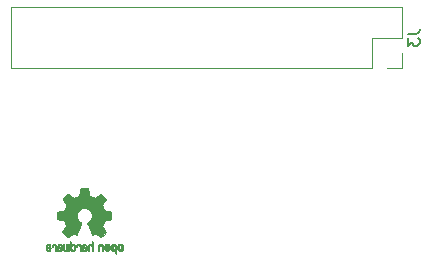
<source format=gbo>
G04 #@! TF.GenerationSoftware,KiCad,Pcbnew,(5.1.10-1-10_14)*
G04 #@! TF.CreationDate,2021-11-11T19:55:44+01:00*
G04 #@! TF.ProjectId,Demo Project 01,44656d6f-2050-4726-9f6a-656374203031,mk0*
G04 #@! TF.SameCoordinates,Original*
G04 #@! TF.FileFunction,Legend,Bot*
G04 #@! TF.FilePolarity,Positive*
%FSLAX46Y46*%
G04 Gerber Fmt 4.6, Leading zero omitted, Abs format (unit mm)*
G04 Created by KiCad (PCBNEW (5.1.10-1-10_14)) date 2021-11-11 19:55:44*
%MOMM*%
%LPD*%
G01*
G04 APERTURE LIST*
%ADD10C,0.010000*%
%ADD11C,0.120000*%
%ADD12C,0.150000*%
%ADD13O,1.802000X1.802000*%
%ADD14C,1.802000*%
%ADD15C,6.502000*%
%ADD16C,0.902000*%
G04 APERTURE END LIST*
D10*
G36*
X100530890Y-124267748D02*
G01*
X100452346Y-124268178D01*
X100395502Y-124269342D01*
X100356695Y-124271607D01*
X100332262Y-124275340D01*
X100318538Y-124280906D01*
X100311860Y-124288673D01*
X100308564Y-124299005D01*
X100308244Y-124300343D01*
X100303238Y-124324479D01*
X100293971Y-124372101D01*
X100281408Y-124438141D01*
X100266513Y-124517528D01*
X100250249Y-124605196D01*
X100249681Y-124608275D01*
X100233390Y-124694189D01*
X100218148Y-124770096D01*
X100204939Y-124831445D01*
X100194746Y-124873682D01*
X100188552Y-124892255D01*
X100188257Y-124892584D01*
X100170012Y-124901653D01*
X100132395Y-124916767D01*
X100083529Y-124934662D01*
X100083257Y-124934758D01*
X100021707Y-124957893D01*
X99949143Y-124987365D01*
X99880743Y-125016997D01*
X99877506Y-125018462D01*
X99766098Y-125069026D01*
X99519401Y-124900560D01*
X99443723Y-124849203D01*
X99375169Y-124803289D01*
X99317712Y-124765430D01*
X99275324Y-124738237D01*
X99251975Y-124724321D01*
X99249758Y-124723289D01*
X99232790Y-124727884D01*
X99201099Y-124750055D01*
X99153448Y-124790847D01*
X99088602Y-124851305D01*
X99022403Y-124915627D01*
X98958586Y-124979012D01*
X98901471Y-125036851D01*
X98854495Y-125085575D01*
X98821097Y-125121610D01*
X98804715Y-125141384D01*
X98804106Y-125142402D01*
X98802295Y-125155972D01*
X98809117Y-125178133D01*
X98826260Y-125211878D01*
X98855407Y-125260200D01*
X98898245Y-125326092D01*
X98955352Y-125410917D01*
X99006034Y-125485577D01*
X99051339Y-125552540D01*
X99088650Y-125607916D01*
X99115348Y-125647820D01*
X99128815Y-125668362D01*
X99129663Y-125669756D01*
X99128019Y-125689438D01*
X99115555Y-125727693D01*
X99094752Y-125777289D01*
X99087338Y-125793128D01*
X99054986Y-125863690D01*
X99020472Y-125943753D01*
X98992435Y-126013029D01*
X98972232Y-126064445D01*
X98956185Y-126103519D01*
X98946912Y-126123941D01*
X98945759Y-126125514D01*
X98928704Y-126128121D01*
X98888502Y-126135263D01*
X98830498Y-126145923D01*
X98760037Y-126159085D01*
X98682465Y-126173733D01*
X98603128Y-126188849D01*
X98527369Y-126203418D01*
X98460536Y-126216422D01*
X98407972Y-126226845D01*
X98375024Y-126233670D01*
X98366943Y-126235599D01*
X98358595Y-126240362D01*
X98352294Y-126251118D01*
X98347755Y-126271498D01*
X98344696Y-126305134D01*
X98342833Y-126355655D01*
X98341882Y-126426692D01*
X98341560Y-126521876D01*
X98341543Y-126560892D01*
X98341543Y-126878199D01*
X98417743Y-126893239D01*
X98460137Y-126901395D01*
X98523400Y-126913299D01*
X98599838Y-126927516D01*
X98681757Y-126942610D01*
X98704400Y-126946755D01*
X98779994Y-126961453D01*
X98845847Y-126975905D01*
X98896434Y-126988775D01*
X98926226Y-126998722D01*
X98931188Y-127001687D01*
X98943374Y-127022683D01*
X98960847Y-127063367D01*
X98980223Y-127115722D01*
X98984066Y-127127000D01*
X99009461Y-127196923D01*
X99040983Y-127275818D01*
X99071831Y-127346666D01*
X99071983Y-127346995D01*
X99123353Y-127458133D01*
X98954401Y-127706653D01*
X98785448Y-127955172D01*
X99002371Y-128172458D01*
X99067981Y-128237126D01*
X99127821Y-128294133D01*
X99178533Y-128340433D01*
X99216754Y-128372984D01*
X99239125Y-128388743D01*
X99242334Y-128389743D01*
X99261174Y-128381869D01*
X99299620Y-128359978D01*
X99353470Y-128326667D01*
X99418524Y-128284531D01*
X99488860Y-128237343D01*
X99560245Y-128189210D01*
X99623892Y-128147328D01*
X99675759Y-128114271D01*
X99711805Y-128092618D01*
X99727933Y-128084943D01*
X99747611Y-128091437D01*
X99784925Y-128108550D01*
X99832179Y-128132726D01*
X99837188Y-128135413D01*
X99900823Y-128167327D01*
X99944459Y-128182979D01*
X99971598Y-128183145D01*
X99985743Y-128168604D01*
X99985825Y-128168400D01*
X99992895Y-128151179D01*
X100009758Y-128110299D01*
X100035105Y-128048925D01*
X100067629Y-127970219D01*
X100106022Y-127877347D01*
X100148978Y-127773472D01*
X100190578Y-127672902D01*
X100236296Y-127561916D01*
X100278274Y-127459103D01*
X100315252Y-127367615D01*
X100345973Y-127290601D01*
X100369178Y-127231215D01*
X100383610Y-127192609D01*
X100388057Y-127178200D01*
X100376904Y-127161672D01*
X100347731Y-127135330D01*
X100308829Y-127106287D01*
X100198043Y-127014439D01*
X100111449Y-126909159D01*
X100050084Y-126792666D01*
X100014985Y-126667176D01*
X100007192Y-126534907D01*
X100012857Y-126473857D01*
X100043722Y-126347195D01*
X100096880Y-126235341D01*
X100169033Y-126139401D01*
X100256883Y-126060476D01*
X100357135Y-125999670D01*
X100466490Y-125958087D01*
X100581653Y-125936828D01*
X100699325Y-125936999D01*
X100816210Y-125959701D01*
X100929011Y-126006038D01*
X101034431Y-126077113D01*
X101078432Y-126117311D01*
X101162821Y-126220529D01*
X101221578Y-126333325D01*
X101255096Y-126452410D01*
X101263765Y-126574495D01*
X101247977Y-126696293D01*
X101208122Y-126814516D01*
X101144593Y-126925875D01*
X101057779Y-127027084D01*
X100960771Y-127106287D01*
X100920363Y-127136562D01*
X100891818Y-127162619D01*
X100881543Y-127178225D01*
X100886923Y-127195243D01*
X100902225Y-127235900D01*
X100926188Y-127297042D01*
X100957556Y-127375519D01*
X100995068Y-127468180D01*
X101037467Y-127571872D01*
X101079137Y-127672926D01*
X101125110Y-127784007D01*
X101167693Y-127886941D01*
X101205579Y-127978565D01*
X101237460Y-128055716D01*
X101262029Y-128115231D01*
X101277980Y-128153944D01*
X101283890Y-128168400D01*
X101297852Y-128183085D01*
X101324860Y-128183042D01*
X101368387Y-128167499D01*
X101431910Y-128135684D01*
X101432412Y-128135413D01*
X101480240Y-128110723D01*
X101518903Y-128092738D01*
X101540705Y-128085014D01*
X101541667Y-128084943D01*
X101558079Y-128092778D01*
X101594313Y-128114565D01*
X101646326Y-128147728D01*
X101710075Y-128189691D01*
X101780740Y-128237343D01*
X101852684Y-128285591D01*
X101917526Y-128327551D01*
X101971065Y-128360627D01*
X102009103Y-128382221D01*
X102027267Y-128389743D01*
X102043992Y-128379857D01*
X102077620Y-128352226D01*
X102124790Y-128309895D01*
X102182142Y-128255905D01*
X102246316Y-128193299D01*
X102267303Y-128172383D01*
X102484301Y-127955023D01*
X102319132Y-127712620D01*
X102268936Y-127638181D01*
X102224881Y-127571372D01*
X102189438Y-127516065D01*
X102165081Y-127476129D01*
X102154278Y-127455436D01*
X102153962Y-127453963D01*
X102159657Y-127434458D01*
X102174974Y-127395222D01*
X102197263Y-127342830D01*
X102212907Y-127307755D01*
X102242159Y-127240601D01*
X102269706Y-127172758D01*
X102291063Y-127115434D01*
X102296865Y-127097972D01*
X102313348Y-127051338D01*
X102329460Y-127015305D01*
X102338310Y-127001687D01*
X102357840Y-126993352D01*
X102400466Y-126981537D01*
X102460655Y-126967581D01*
X102532878Y-126952822D01*
X102565200Y-126946755D01*
X102647278Y-126931673D01*
X102726005Y-126917069D01*
X102793691Y-126904380D01*
X102842640Y-126895042D01*
X102851857Y-126893239D01*
X102928057Y-126878199D01*
X102928057Y-126560892D01*
X102927886Y-126456554D01*
X102927184Y-126377613D01*
X102925666Y-126320438D01*
X102923051Y-126281399D01*
X102919054Y-126256865D01*
X102913391Y-126243205D01*
X102905780Y-126236789D01*
X102902657Y-126235599D01*
X102883822Y-126231380D01*
X102842212Y-126222962D01*
X102783170Y-126211361D01*
X102712043Y-126197595D01*
X102634175Y-126182680D01*
X102554913Y-126167632D01*
X102479602Y-126153469D01*
X102413587Y-126141206D01*
X102362213Y-126131861D01*
X102330825Y-126126450D01*
X102323841Y-126125514D01*
X102317515Y-126112996D01*
X102303510Y-126079646D01*
X102284445Y-126031777D01*
X102277166Y-126013029D01*
X102247804Y-125940595D01*
X102213229Y-125860570D01*
X102182263Y-125793128D01*
X102159477Y-125741559D01*
X102144318Y-125699185D01*
X102139258Y-125673234D01*
X102140064Y-125669756D01*
X102150759Y-125653336D01*
X102175180Y-125616817D01*
X102210705Y-125564087D01*
X102254713Y-125499035D01*
X102304583Y-125425551D01*
X102314444Y-125411045D01*
X102372308Y-125325104D01*
X102414844Y-125259661D01*
X102443746Y-125211704D01*
X102460710Y-125178220D01*
X102467433Y-125156195D01*
X102465610Y-125142617D01*
X102465564Y-125142531D01*
X102451214Y-125124697D01*
X102419477Y-125090217D01*
X102373790Y-125042668D01*
X102317596Y-124985622D01*
X102254332Y-124922655D01*
X102247198Y-124915627D01*
X102167470Y-124838420D01*
X102105943Y-124781730D01*
X102061379Y-124744510D01*
X102032543Y-124725715D01*
X102019842Y-124723289D01*
X102001306Y-124733871D01*
X101962839Y-124758316D01*
X101908414Y-124794012D01*
X101842002Y-124838347D01*
X101767575Y-124888711D01*
X101750199Y-124900560D01*
X101503503Y-125069026D01*
X101392094Y-125018462D01*
X101324343Y-124988995D01*
X101251617Y-124959359D01*
X101189097Y-124935730D01*
X101186343Y-124934758D01*
X101137440Y-124916857D01*
X101099743Y-124901720D01*
X101081375Y-124892610D01*
X101081344Y-124892584D01*
X101075515Y-124876117D01*
X101065608Y-124835619D01*
X101052605Y-124775642D01*
X101037491Y-124700740D01*
X101021248Y-124615464D01*
X101019919Y-124608275D01*
X101003625Y-124520414D01*
X100988667Y-124440660D01*
X100976009Y-124374081D01*
X100966614Y-124325747D01*
X100961446Y-124300725D01*
X100961356Y-124300343D01*
X100958211Y-124289699D01*
X100952096Y-124281662D01*
X100939347Y-124275867D01*
X100916300Y-124271947D01*
X100879291Y-124269535D01*
X100824656Y-124268265D01*
X100748733Y-124267771D01*
X100647856Y-124267686D01*
X100634800Y-124267686D01*
X100530890Y-124267748D01*
G37*
X100530890Y-124267748D02*
X100452346Y-124268178D01*
X100395502Y-124269342D01*
X100356695Y-124271607D01*
X100332262Y-124275340D01*
X100318538Y-124280906D01*
X100311860Y-124288673D01*
X100308564Y-124299005D01*
X100308244Y-124300343D01*
X100303238Y-124324479D01*
X100293971Y-124372101D01*
X100281408Y-124438141D01*
X100266513Y-124517528D01*
X100250249Y-124605196D01*
X100249681Y-124608275D01*
X100233390Y-124694189D01*
X100218148Y-124770096D01*
X100204939Y-124831445D01*
X100194746Y-124873682D01*
X100188552Y-124892255D01*
X100188257Y-124892584D01*
X100170012Y-124901653D01*
X100132395Y-124916767D01*
X100083529Y-124934662D01*
X100083257Y-124934758D01*
X100021707Y-124957893D01*
X99949143Y-124987365D01*
X99880743Y-125016997D01*
X99877506Y-125018462D01*
X99766098Y-125069026D01*
X99519401Y-124900560D01*
X99443723Y-124849203D01*
X99375169Y-124803289D01*
X99317712Y-124765430D01*
X99275324Y-124738237D01*
X99251975Y-124724321D01*
X99249758Y-124723289D01*
X99232790Y-124727884D01*
X99201099Y-124750055D01*
X99153448Y-124790847D01*
X99088602Y-124851305D01*
X99022403Y-124915627D01*
X98958586Y-124979012D01*
X98901471Y-125036851D01*
X98854495Y-125085575D01*
X98821097Y-125121610D01*
X98804715Y-125141384D01*
X98804106Y-125142402D01*
X98802295Y-125155972D01*
X98809117Y-125178133D01*
X98826260Y-125211878D01*
X98855407Y-125260200D01*
X98898245Y-125326092D01*
X98955352Y-125410917D01*
X99006034Y-125485577D01*
X99051339Y-125552540D01*
X99088650Y-125607916D01*
X99115348Y-125647820D01*
X99128815Y-125668362D01*
X99129663Y-125669756D01*
X99128019Y-125689438D01*
X99115555Y-125727693D01*
X99094752Y-125777289D01*
X99087338Y-125793128D01*
X99054986Y-125863690D01*
X99020472Y-125943753D01*
X98992435Y-126013029D01*
X98972232Y-126064445D01*
X98956185Y-126103519D01*
X98946912Y-126123941D01*
X98945759Y-126125514D01*
X98928704Y-126128121D01*
X98888502Y-126135263D01*
X98830498Y-126145923D01*
X98760037Y-126159085D01*
X98682465Y-126173733D01*
X98603128Y-126188849D01*
X98527369Y-126203418D01*
X98460536Y-126216422D01*
X98407972Y-126226845D01*
X98375024Y-126233670D01*
X98366943Y-126235599D01*
X98358595Y-126240362D01*
X98352294Y-126251118D01*
X98347755Y-126271498D01*
X98344696Y-126305134D01*
X98342833Y-126355655D01*
X98341882Y-126426692D01*
X98341560Y-126521876D01*
X98341543Y-126560892D01*
X98341543Y-126878199D01*
X98417743Y-126893239D01*
X98460137Y-126901395D01*
X98523400Y-126913299D01*
X98599838Y-126927516D01*
X98681757Y-126942610D01*
X98704400Y-126946755D01*
X98779994Y-126961453D01*
X98845847Y-126975905D01*
X98896434Y-126988775D01*
X98926226Y-126998722D01*
X98931188Y-127001687D01*
X98943374Y-127022683D01*
X98960847Y-127063367D01*
X98980223Y-127115722D01*
X98984066Y-127127000D01*
X99009461Y-127196923D01*
X99040983Y-127275818D01*
X99071831Y-127346666D01*
X99071983Y-127346995D01*
X99123353Y-127458133D01*
X98954401Y-127706653D01*
X98785448Y-127955172D01*
X99002371Y-128172458D01*
X99067981Y-128237126D01*
X99127821Y-128294133D01*
X99178533Y-128340433D01*
X99216754Y-128372984D01*
X99239125Y-128388743D01*
X99242334Y-128389743D01*
X99261174Y-128381869D01*
X99299620Y-128359978D01*
X99353470Y-128326667D01*
X99418524Y-128284531D01*
X99488860Y-128237343D01*
X99560245Y-128189210D01*
X99623892Y-128147328D01*
X99675759Y-128114271D01*
X99711805Y-128092618D01*
X99727933Y-128084943D01*
X99747611Y-128091437D01*
X99784925Y-128108550D01*
X99832179Y-128132726D01*
X99837188Y-128135413D01*
X99900823Y-128167327D01*
X99944459Y-128182979D01*
X99971598Y-128183145D01*
X99985743Y-128168604D01*
X99985825Y-128168400D01*
X99992895Y-128151179D01*
X100009758Y-128110299D01*
X100035105Y-128048925D01*
X100067629Y-127970219D01*
X100106022Y-127877347D01*
X100148978Y-127773472D01*
X100190578Y-127672902D01*
X100236296Y-127561916D01*
X100278274Y-127459103D01*
X100315252Y-127367615D01*
X100345973Y-127290601D01*
X100369178Y-127231215D01*
X100383610Y-127192609D01*
X100388057Y-127178200D01*
X100376904Y-127161672D01*
X100347731Y-127135330D01*
X100308829Y-127106287D01*
X100198043Y-127014439D01*
X100111449Y-126909159D01*
X100050084Y-126792666D01*
X100014985Y-126667176D01*
X100007192Y-126534907D01*
X100012857Y-126473857D01*
X100043722Y-126347195D01*
X100096880Y-126235341D01*
X100169033Y-126139401D01*
X100256883Y-126060476D01*
X100357135Y-125999670D01*
X100466490Y-125958087D01*
X100581653Y-125936828D01*
X100699325Y-125936999D01*
X100816210Y-125959701D01*
X100929011Y-126006038D01*
X101034431Y-126077113D01*
X101078432Y-126117311D01*
X101162821Y-126220529D01*
X101221578Y-126333325D01*
X101255096Y-126452410D01*
X101263765Y-126574495D01*
X101247977Y-126696293D01*
X101208122Y-126814516D01*
X101144593Y-126925875D01*
X101057779Y-127027084D01*
X100960771Y-127106287D01*
X100920363Y-127136562D01*
X100891818Y-127162619D01*
X100881543Y-127178225D01*
X100886923Y-127195243D01*
X100902225Y-127235900D01*
X100926188Y-127297042D01*
X100957556Y-127375519D01*
X100995068Y-127468180D01*
X101037467Y-127571872D01*
X101079137Y-127672926D01*
X101125110Y-127784007D01*
X101167693Y-127886941D01*
X101205579Y-127978565D01*
X101237460Y-128055716D01*
X101262029Y-128115231D01*
X101277980Y-128153944D01*
X101283890Y-128168400D01*
X101297852Y-128183085D01*
X101324860Y-128183042D01*
X101368387Y-128167499D01*
X101431910Y-128135684D01*
X101432412Y-128135413D01*
X101480240Y-128110723D01*
X101518903Y-128092738D01*
X101540705Y-128085014D01*
X101541667Y-128084943D01*
X101558079Y-128092778D01*
X101594313Y-128114565D01*
X101646326Y-128147728D01*
X101710075Y-128189691D01*
X101780740Y-128237343D01*
X101852684Y-128285591D01*
X101917526Y-128327551D01*
X101971065Y-128360627D01*
X102009103Y-128382221D01*
X102027267Y-128389743D01*
X102043992Y-128379857D01*
X102077620Y-128352226D01*
X102124790Y-128309895D01*
X102182142Y-128255905D01*
X102246316Y-128193299D01*
X102267303Y-128172383D01*
X102484301Y-127955023D01*
X102319132Y-127712620D01*
X102268936Y-127638181D01*
X102224881Y-127571372D01*
X102189438Y-127516065D01*
X102165081Y-127476129D01*
X102154278Y-127455436D01*
X102153962Y-127453963D01*
X102159657Y-127434458D01*
X102174974Y-127395222D01*
X102197263Y-127342830D01*
X102212907Y-127307755D01*
X102242159Y-127240601D01*
X102269706Y-127172758D01*
X102291063Y-127115434D01*
X102296865Y-127097972D01*
X102313348Y-127051338D01*
X102329460Y-127015305D01*
X102338310Y-127001687D01*
X102357840Y-126993352D01*
X102400466Y-126981537D01*
X102460655Y-126967581D01*
X102532878Y-126952822D01*
X102565200Y-126946755D01*
X102647278Y-126931673D01*
X102726005Y-126917069D01*
X102793691Y-126904380D01*
X102842640Y-126895042D01*
X102851857Y-126893239D01*
X102928057Y-126878199D01*
X102928057Y-126560892D01*
X102927886Y-126456554D01*
X102927184Y-126377613D01*
X102925666Y-126320438D01*
X102923051Y-126281399D01*
X102919054Y-126256865D01*
X102913391Y-126243205D01*
X102905780Y-126236789D01*
X102902657Y-126235599D01*
X102883822Y-126231380D01*
X102842212Y-126222962D01*
X102783170Y-126211361D01*
X102712043Y-126197595D01*
X102634175Y-126182680D01*
X102554913Y-126167632D01*
X102479602Y-126153469D01*
X102413587Y-126141206D01*
X102362213Y-126131861D01*
X102330825Y-126126450D01*
X102323841Y-126125514D01*
X102317515Y-126112996D01*
X102303510Y-126079646D01*
X102284445Y-126031777D01*
X102277166Y-126013029D01*
X102247804Y-125940595D01*
X102213229Y-125860570D01*
X102182263Y-125793128D01*
X102159477Y-125741559D01*
X102144318Y-125699185D01*
X102139258Y-125673234D01*
X102140064Y-125669756D01*
X102150759Y-125653336D01*
X102175180Y-125616817D01*
X102210705Y-125564087D01*
X102254713Y-125499035D01*
X102304583Y-125425551D01*
X102314444Y-125411045D01*
X102372308Y-125325104D01*
X102414844Y-125259661D01*
X102443746Y-125211704D01*
X102460710Y-125178220D01*
X102467433Y-125156195D01*
X102465610Y-125142617D01*
X102465564Y-125142531D01*
X102451214Y-125124697D01*
X102419477Y-125090217D01*
X102373790Y-125042668D01*
X102317596Y-124985622D01*
X102254332Y-124922655D01*
X102247198Y-124915627D01*
X102167470Y-124838420D01*
X102105943Y-124781730D01*
X102061379Y-124744510D01*
X102032543Y-124725715D01*
X102019842Y-124723289D01*
X102001306Y-124733871D01*
X101962839Y-124758316D01*
X101908414Y-124794012D01*
X101842002Y-124838347D01*
X101767575Y-124888711D01*
X101750199Y-124900560D01*
X101503503Y-125069026D01*
X101392094Y-125018462D01*
X101324343Y-124988995D01*
X101251617Y-124959359D01*
X101189097Y-124935730D01*
X101186343Y-124934758D01*
X101137440Y-124916857D01*
X101099743Y-124901720D01*
X101081375Y-124892610D01*
X101081344Y-124892584D01*
X101075515Y-124876117D01*
X101065608Y-124835619D01*
X101052605Y-124775642D01*
X101037491Y-124700740D01*
X101021248Y-124615464D01*
X101019919Y-124608275D01*
X101003625Y-124520414D01*
X100988667Y-124440660D01*
X100976009Y-124374081D01*
X100966614Y-124325747D01*
X100961446Y-124300725D01*
X100961356Y-124300343D01*
X100958211Y-124289699D01*
X100952096Y-124281662D01*
X100939347Y-124275867D01*
X100916300Y-124271947D01*
X100879291Y-124269535D01*
X100824656Y-124268265D01*
X100748733Y-124267771D01*
X100647856Y-124267686D01*
X100634800Y-124267686D01*
X100530890Y-124267748D01*
G36*
X97481205Y-128992366D02*
G01*
X97423779Y-129029897D01*
X97396081Y-129063496D01*
X97374138Y-129124464D01*
X97372395Y-129172708D01*
X97376343Y-129237216D01*
X97525114Y-129302334D01*
X97597451Y-129335602D01*
X97644716Y-129362364D01*
X97669293Y-129385544D01*
X97673563Y-129408067D01*
X97659911Y-129432855D01*
X97644857Y-129449286D01*
X97601054Y-129475635D01*
X97553411Y-129477481D01*
X97509655Y-129456946D01*
X97477511Y-129416152D01*
X97471762Y-129401747D01*
X97444224Y-129356756D01*
X97412542Y-129337582D01*
X97369086Y-129321179D01*
X97369086Y-129383366D01*
X97372928Y-129425683D01*
X97387977Y-129461369D01*
X97419520Y-129502343D01*
X97424208Y-129507667D01*
X97459294Y-129544120D01*
X97489453Y-129563683D01*
X97527185Y-129572683D01*
X97558465Y-129575630D01*
X97614415Y-129576365D01*
X97654245Y-129567060D01*
X97679092Y-129553246D01*
X97718144Y-129522867D01*
X97745175Y-129490013D01*
X97762283Y-129448694D01*
X97771562Y-129392921D01*
X97775107Y-129316705D01*
X97775390Y-129278022D01*
X97774428Y-129231647D01*
X97686793Y-129231647D01*
X97685777Y-129256526D01*
X97683244Y-129260600D01*
X97666526Y-129255065D01*
X97630551Y-129240417D01*
X97582469Y-129219590D01*
X97572414Y-129215114D01*
X97511648Y-129184214D01*
X97478168Y-129157057D01*
X97470810Y-129131620D01*
X97488409Y-129105881D01*
X97502944Y-129094509D01*
X97555390Y-129071764D01*
X97604478Y-129075522D01*
X97645573Y-129103284D01*
X97674042Y-129152552D01*
X97683169Y-129191657D01*
X97686793Y-129231647D01*
X97774428Y-129231647D01*
X97773515Y-129187649D01*
X97766604Y-129120784D01*
X97752916Y-129072095D01*
X97730704Y-129036249D01*
X97698226Y-129007913D01*
X97684067Y-128998755D01*
X97619747Y-128974907D01*
X97549327Y-128973406D01*
X97481205Y-128992366D01*
G37*
X97481205Y-128992366D02*
X97423779Y-129029897D01*
X97396081Y-129063496D01*
X97374138Y-129124464D01*
X97372395Y-129172708D01*
X97376343Y-129237216D01*
X97525114Y-129302334D01*
X97597451Y-129335602D01*
X97644716Y-129362364D01*
X97669293Y-129385544D01*
X97673563Y-129408067D01*
X97659911Y-129432855D01*
X97644857Y-129449286D01*
X97601054Y-129475635D01*
X97553411Y-129477481D01*
X97509655Y-129456946D01*
X97477511Y-129416152D01*
X97471762Y-129401747D01*
X97444224Y-129356756D01*
X97412542Y-129337582D01*
X97369086Y-129321179D01*
X97369086Y-129383366D01*
X97372928Y-129425683D01*
X97387977Y-129461369D01*
X97419520Y-129502343D01*
X97424208Y-129507667D01*
X97459294Y-129544120D01*
X97489453Y-129563683D01*
X97527185Y-129572683D01*
X97558465Y-129575630D01*
X97614415Y-129576365D01*
X97654245Y-129567060D01*
X97679092Y-129553246D01*
X97718144Y-129522867D01*
X97745175Y-129490013D01*
X97762283Y-129448694D01*
X97771562Y-129392921D01*
X97775107Y-129316705D01*
X97775390Y-129278022D01*
X97774428Y-129231647D01*
X97686793Y-129231647D01*
X97685777Y-129256526D01*
X97683244Y-129260600D01*
X97666526Y-129255065D01*
X97630551Y-129240417D01*
X97582469Y-129219590D01*
X97572414Y-129215114D01*
X97511648Y-129184214D01*
X97478168Y-129157057D01*
X97470810Y-129131620D01*
X97488409Y-129105881D01*
X97502944Y-129094509D01*
X97555390Y-129071764D01*
X97604478Y-129075522D01*
X97645573Y-129103284D01*
X97674042Y-129152552D01*
X97683169Y-129191657D01*
X97686793Y-129231647D01*
X97774428Y-129231647D01*
X97773515Y-129187649D01*
X97766604Y-129120784D01*
X97752916Y-129072095D01*
X97730704Y-129036249D01*
X97698226Y-129007913D01*
X97684067Y-128998755D01*
X97619747Y-128974907D01*
X97549327Y-128973406D01*
X97481205Y-128992366D01*
G36*
X97982200Y-128984152D02*
G01*
X97964852Y-128991734D01*
X97923444Y-129024528D01*
X97888035Y-129071947D01*
X97866136Y-129122551D01*
X97862571Y-129147498D01*
X97874521Y-129182327D01*
X97900733Y-129200757D01*
X97928836Y-129211916D01*
X97941705Y-129213972D01*
X97947971Y-129199049D01*
X97960344Y-129166575D01*
X97965772Y-129151902D01*
X97996210Y-129101144D01*
X98040280Y-129075827D01*
X98096790Y-129076606D01*
X98100975Y-129077603D01*
X98131145Y-129091907D01*
X98153324Y-129119793D01*
X98168473Y-129164687D01*
X98177550Y-129230015D01*
X98181514Y-129319204D01*
X98181886Y-129366661D01*
X98182070Y-129441471D01*
X98183278Y-129492469D01*
X98186491Y-129524871D01*
X98192691Y-129543895D01*
X98202860Y-129554756D01*
X98217981Y-129562672D01*
X98218854Y-129563070D01*
X98247972Y-129575381D01*
X98262397Y-129579914D01*
X98264614Y-129566209D01*
X98266511Y-129528325D01*
X98267953Y-129471115D01*
X98268802Y-129399427D01*
X98268971Y-129346965D01*
X98268108Y-129245447D01*
X98264730Y-129168432D01*
X98257658Y-129111423D01*
X98245712Y-129069926D01*
X98227710Y-129039443D01*
X98202473Y-129015480D01*
X98177553Y-128998755D01*
X98117629Y-128976497D01*
X98047889Y-128971476D01*
X97982200Y-128984152D01*
G37*
X97982200Y-128984152D02*
X97964852Y-128991734D01*
X97923444Y-129024528D01*
X97888035Y-129071947D01*
X97866136Y-129122551D01*
X97862571Y-129147498D01*
X97874521Y-129182327D01*
X97900733Y-129200757D01*
X97928836Y-129211916D01*
X97941705Y-129213972D01*
X97947971Y-129199049D01*
X97960344Y-129166575D01*
X97965772Y-129151902D01*
X97996210Y-129101144D01*
X98040280Y-129075827D01*
X98096790Y-129076606D01*
X98100975Y-129077603D01*
X98131145Y-129091907D01*
X98153324Y-129119793D01*
X98168473Y-129164687D01*
X98177550Y-129230015D01*
X98181514Y-129319204D01*
X98181886Y-129366661D01*
X98182070Y-129441471D01*
X98183278Y-129492469D01*
X98186491Y-129524871D01*
X98192691Y-129543895D01*
X98202860Y-129554756D01*
X98217981Y-129562672D01*
X98218854Y-129563070D01*
X98247972Y-129575381D01*
X98262397Y-129579914D01*
X98264614Y-129566209D01*
X98266511Y-129528325D01*
X98267953Y-129471115D01*
X98268802Y-129399427D01*
X98268971Y-129346965D01*
X98268108Y-129245447D01*
X98264730Y-129168432D01*
X98257658Y-129111423D01*
X98245712Y-129069926D01*
X98227710Y-129039443D01*
X98202473Y-129015480D01*
X98177553Y-128998755D01*
X98117629Y-128976497D01*
X98047889Y-128971476D01*
X97982200Y-128984152D01*
G36*
X98489924Y-128981735D02*
G01*
X98448133Y-129000744D01*
X98415331Y-129023778D01*
X98391297Y-129049533D01*
X98374703Y-129082758D01*
X98364223Y-129128200D01*
X98358529Y-129190607D01*
X98356293Y-129274727D01*
X98356057Y-129330121D01*
X98356057Y-129546226D01*
X98393026Y-129563070D01*
X98422144Y-129575381D01*
X98436569Y-129579914D01*
X98439328Y-129566425D01*
X98441518Y-129530053D01*
X98442858Y-129476942D01*
X98443143Y-129434772D01*
X98444366Y-129373847D01*
X98447664Y-129325515D01*
X98452479Y-129295918D01*
X98456304Y-129289629D01*
X98482017Y-129296052D01*
X98522382Y-129312525D01*
X98569121Y-129334858D01*
X98613955Y-129358857D01*
X98648607Y-129380330D01*
X98664798Y-129395085D01*
X98664862Y-129395245D01*
X98663470Y-129422552D01*
X98650982Y-129448619D01*
X98629057Y-129469792D01*
X98597057Y-129476874D01*
X98569708Y-129476049D01*
X98530974Y-129475442D01*
X98510642Y-129484516D01*
X98498431Y-129508492D01*
X98496891Y-129513013D01*
X98491597Y-129547206D01*
X98505753Y-129567968D01*
X98542652Y-129577862D01*
X98582511Y-129579692D01*
X98654238Y-129566127D01*
X98691368Y-129546755D01*
X98737224Y-129501245D01*
X98761544Y-129445383D01*
X98763727Y-129386357D01*
X98743171Y-129331353D01*
X98712251Y-129296886D01*
X98681380Y-129277589D01*
X98632858Y-129253159D01*
X98576315Y-129228385D01*
X98566890Y-129224599D01*
X98504781Y-129197191D01*
X98468978Y-129173034D01*
X98457463Y-129149019D01*
X98468220Y-129122035D01*
X98486686Y-129100943D01*
X98530331Y-129074972D01*
X98578354Y-129073024D01*
X98622394Y-129093037D01*
X98654091Y-129132951D01*
X98658251Y-129143248D01*
X98682473Y-129181124D01*
X98717835Y-129209242D01*
X98762457Y-129232317D01*
X98762457Y-129166885D01*
X98759831Y-129126906D01*
X98748570Y-129095397D01*
X98723601Y-129061778D01*
X98699631Y-129035884D01*
X98662359Y-128999217D01*
X98633399Y-128979521D01*
X98602295Y-128971620D01*
X98567087Y-128970314D01*
X98489924Y-128981735D01*
G37*
X98489924Y-128981735D02*
X98448133Y-129000744D01*
X98415331Y-129023778D01*
X98391297Y-129049533D01*
X98374703Y-129082758D01*
X98364223Y-129128200D01*
X98358529Y-129190607D01*
X98356293Y-129274727D01*
X98356057Y-129330121D01*
X98356057Y-129546226D01*
X98393026Y-129563070D01*
X98422144Y-129575381D01*
X98436569Y-129579914D01*
X98439328Y-129566425D01*
X98441518Y-129530053D01*
X98442858Y-129476942D01*
X98443143Y-129434772D01*
X98444366Y-129373847D01*
X98447664Y-129325515D01*
X98452479Y-129295918D01*
X98456304Y-129289629D01*
X98482017Y-129296052D01*
X98522382Y-129312525D01*
X98569121Y-129334858D01*
X98613955Y-129358857D01*
X98648607Y-129380330D01*
X98664798Y-129395085D01*
X98664862Y-129395245D01*
X98663470Y-129422552D01*
X98650982Y-129448619D01*
X98629057Y-129469792D01*
X98597057Y-129476874D01*
X98569708Y-129476049D01*
X98530974Y-129475442D01*
X98510642Y-129484516D01*
X98498431Y-129508492D01*
X98496891Y-129513013D01*
X98491597Y-129547206D01*
X98505753Y-129567968D01*
X98542652Y-129577862D01*
X98582511Y-129579692D01*
X98654238Y-129566127D01*
X98691368Y-129546755D01*
X98737224Y-129501245D01*
X98761544Y-129445383D01*
X98763727Y-129386357D01*
X98743171Y-129331353D01*
X98712251Y-129296886D01*
X98681380Y-129277589D01*
X98632858Y-129253159D01*
X98576315Y-129228385D01*
X98566890Y-129224599D01*
X98504781Y-129197191D01*
X98468978Y-129173034D01*
X98457463Y-129149019D01*
X98468220Y-129122035D01*
X98486686Y-129100943D01*
X98530331Y-129074972D01*
X98578354Y-129073024D01*
X98622394Y-129093037D01*
X98654091Y-129132951D01*
X98658251Y-129143248D01*
X98682473Y-129181124D01*
X98717835Y-129209242D01*
X98762457Y-129232317D01*
X98762457Y-129166885D01*
X98759831Y-129126906D01*
X98748570Y-129095397D01*
X98723601Y-129061778D01*
X98699631Y-129035884D01*
X98662359Y-128999217D01*
X98633399Y-128979521D01*
X98602295Y-128971620D01*
X98567087Y-128970314D01*
X98489924Y-128981735D01*
G36*
X98854967Y-128984063D02*
G01*
X98852752Y-129022250D01*
X98851016Y-129080286D01*
X98849901Y-129153580D01*
X98849543Y-129230455D01*
X98849543Y-129490596D01*
X98895474Y-129536527D01*
X98927125Y-129564829D01*
X98954910Y-129576293D01*
X98992885Y-129575568D01*
X99007960Y-129573721D01*
X99055074Y-129568348D01*
X99094044Y-129565269D01*
X99103543Y-129564985D01*
X99135567Y-129566845D01*
X99181368Y-129571514D01*
X99199126Y-129573721D01*
X99242743Y-129577135D01*
X99272055Y-129569720D01*
X99301120Y-129546827D01*
X99311612Y-129536527D01*
X99357543Y-129490596D01*
X99357543Y-129004002D01*
X99320574Y-128987158D01*
X99288741Y-128974682D01*
X99270117Y-128970314D01*
X99265342Y-128984118D01*
X99260879Y-129022686D01*
X99257025Y-129081756D01*
X99254078Y-129157063D01*
X99252657Y-129220686D01*
X99248686Y-129471057D01*
X99214041Y-129475956D01*
X99182532Y-129472531D01*
X99167092Y-129461441D01*
X99162777Y-129440708D01*
X99159092Y-129396545D01*
X99156331Y-129334546D01*
X99154788Y-129260309D01*
X99154565Y-129222106D01*
X99154343Y-129002183D01*
X99108634Y-128986249D01*
X99076282Y-128975415D01*
X99058685Y-128970362D01*
X99058177Y-128970314D01*
X99056412Y-128984048D01*
X99054471Y-129022130D01*
X99052518Y-129079882D01*
X99050716Y-129152627D01*
X99049457Y-129220686D01*
X99045486Y-129471057D01*
X98958400Y-129471057D01*
X98954404Y-129242640D01*
X98950408Y-129014222D01*
X98907953Y-128992268D01*
X98876608Y-128977193D01*
X98858056Y-128970351D01*
X98857521Y-128970314D01*
X98854967Y-128984063D01*
G37*
X98854967Y-128984063D02*
X98852752Y-129022250D01*
X98851016Y-129080286D01*
X98849901Y-129153580D01*
X98849543Y-129230455D01*
X98849543Y-129490596D01*
X98895474Y-129536527D01*
X98927125Y-129564829D01*
X98954910Y-129576293D01*
X98992885Y-129575568D01*
X99007960Y-129573721D01*
X99055074Y-129568348D01*
X99094044Y-129565269D01*
X99103543Y-129564985D01*
X99135567Y-129566845D01*
X99181368Y-129571514D01*
X99199126Y-129573721D01*
X99242743Y-129577135D01*
X99272055Y-129569720D01*
X99301120Y-129546827D01*
X99311612Y-129536527D01*
X99357543Y-129490596D01*
X99357543Y-129004002D01*
X99320574Y-128987158D01*
X99288741Y-128974682D01*
X99270117Y-128970314D01*
X99265342Y-128984118D01*
X99260879Y-129022686D01*
X99257025Y-129081756D01*
X99254078Y-129157063D01*
X99252657Y-129220686D01*
X99248686Y-129471057D01*
X99214041Y-129475956D01*
X99182532Y-129472531D01*
X99167092Y-129461441D01*
X99162777Y-129440708D01*
X99159092Y-129396545D01*
X99156331Y-129334546D01*
X99154788Y-129260309D01*
X99154565Y-129222106D01*
X99154343Y-129002183D01*
X99108634Y-128986249D01*
X99076282Y-128975415D01*
X99058685Y-128970362D01*
X99058177Y-128970314D01*
X99056412Y-128984048D01*
X99054471Y-129022130D01*
X99052518Y-129079882D01*
X99050716Y-129152627D01*
X99049457Y-129220686D01*
X99045486Y-129471057D01*
X98958400Y-129471057D01*
X98954404Y-129242640D01*
X98950408Y-129014222D01*
X98907953Y-128992268D01*
X98876608Y-128977193D01*
X98858056Y-128970351D01*
X98857521Y-128970314D01*
X98854967Y-128984063D01*
G36*
X99444683Y-129090758D02*
G01*
X99444867Y-129199237D01*
X99445581Y-129282687D01*
X99447125Y-129345104D01*
X99449799Y-129390485D01*
X99453906Y-129422829D01*
X99459745Y-129446133D01*
X99467618Y-129464395D01*
X99473579Y-129474818D01*
X99522945Y-129531345D01*
X99585536Y-129566777D01*
X99654787Y-129579490D01*
X99724132Y-129567863D01*
X99765425Y-129546968D01*
X99808775Y-129510822D01*
X99838319Y-129466676D01*
X99856145Y-129408862D01*
X99864337Y-129331713D01*
X99865498Y-129275114D01*
X99865342Y-129271047D01*
X99763943Y-129271047D01*
X99763324Y-129335950D01*
X99760486Y-129378914D01*
X99753960Y-129407022D01*
X99742277Y-129427353D01*
X99728317Y-129442688D01*
X99681435Y-129472290D01*
X99631099Y-129474819D01*
X99583524Y-129450105D01*
X99579821Y-129446756D01*
X99564017Y-129429335D01*
X99554107Y-129408609D01*
X99548742Y-129377762D01*
X99546572Y-129329977D01*
X99546229Y-129277148D01*
X99546973Y-129210781D01*
X99550052Y-129166506D01*
X99556739Y-129137409D01*
X99568304Y-129116573D01*
X99577787Y-129105507D01*
X99621840Y-129077598D01*
X99672576Y-129074243D01*
X99721004Y-129095559D01*
X99730350Y-129103473D01*
X99746260Y-129121047D01*
X99756190Y-129141987D01*
X99761522Y-129173182D01*
X99763637Y-129221522D01*
X99763943Y-129271047D01*
X99865342Y-129271047D01*
X99861990Y-129183968D01*
X99850074Y-129115486D01*
X99827665Y-129064000D01*
X99792676Y-129023843D01*
X99765425Y-129003261D01*
X99715893Y-128981025D01*
X99658484Y-128970704D01*
X99605118Y-128973467D01*
X99575257Y-128984612D01*
X99563539Y-128987783D01*
X99555763Y-128975957D01*
X99550335Y-128944266D01*
X99546229Y-128895993D01*
X99541733Y-128842229D01*
X99535487Y-128809882D01*
X99524124Y-128791385D01*
X99504272Y-128779170D01*
X99491800Y-128773762D01*
X99444629Y-128754001D01*
X99444683Y-129090758D01*
G37*
X99444683Y-129090758D02*
X99444867Y-129199237D01*
X99445581Y-129282687D01*
X99447125Y-129345104D01*
X99449799Y-129390485D01*
X99453906Y-129422829D01*
X99459745Y-129446133D01*
X99467618Y-129464395D01*
X99473579Y-129474818D01*
X99522945Y-129531345D01*
X99585536Y-129566777D01*
X99654787Y-129579490D01*
X99724132Y-129567863D01*
X99765425Y-129546968D01*
X99808775Y-129510822D01*
X99838319Y-129466676D01*
X99856145Y-129408862D01*
X99864337Y-129331713D01*
X99865498Y-129275114D01*
X99865342Y-129271047D01*
X99763943Y-129271047D01*
X99763324Y-129335950D01*
X99760486Y-129378914D01*
X99753960Y-129407022D01*
X99742277Y-129427353D01*
X99728317Y-129442688D01*
X99681435Y-129472290D01*
X99631099Y-129474819D01*
X99583524Y-129450105D01*
X99579821Y-129446756D01*
X99564017Y-129429335D01*
X99554107Y-129408609D01*
X99548742Y-129377762D01*
X99546572Y-129329977D01*
X99546229Y-129277148D01*
X99546973Y-129210781D01*
X99550052Y-129166506D01*
X99556739Y-129137409D01*
X99568304Y-129116573D01*
X99577787Y-129105507D01*
X99621840Y-129077598D01*
X99672576Y-129074243D01*
X99721004Y-129095559D01*
X99730350Y-129103473D01*
X99746260Y-129121047D01*
X99756190Y-129141987D01*
X99761522Y-129173182D01*
X99763637Y-129221522D01*
X99763943Y-129271047D01*
X99865342Y-129271047D01*
X99861990Y-129183968D01*
X99850074Y-129115486D01*
X99827665Y-129064000D01*
X99792676Y-129023843D01*
X99765425Y-129003261D01*
X99715893Y-128981025D01*
X99658484Y-128970704D01*
X99605118Y-128973467D01*
X99575257Y-128984612D01*
X99563539Y-128987783D01*
X99555763Y-128975957D01*
X99550335Y-128944266D01*
X99546229Y-128895993D01*
X99541733Y-128842229D01*
X99535487Y-128809882D01*
X99524124Y-128791385D01*
X99504272Y-128779170D01*
X99491800Y-128773762D01*
X99444629Y-128754001D01*
X99444683Y-129090758D01*
G36*
X100104874Y-128975155D02*
G01*
X100038942Y-128999484D01*
X99985527Y-129042517D01*
X99964636Y-129072809D01*
X99941861Y-129128394D01*
X99942334Y-129168586D01*
X99966238Y-129195617D01*
X99975083Y-129200213D01*
X100013270Y-129214544D01*
X100032772Y-129210872D01*
X100039378Y-129186807D01*
X100039714Y-129173514D01*
X100051808Y-129124610D01*
X100083329Y-129090399D01*
X100127141Y-129073876D01*
X100176105Y-129078034D01*
X100215906Y-129099627D01*
X100229350Y-129111944D01*
X100238879Y-129126887D01*
X100245315Y-129149475D01*
X100249483Y-129184728D01*
X100252203Y-129237666D01*
X100254298Y-129313307D01*
X100254840Y-129337257D01*
X100256819Y-129419190D01*
X100259069Y-129476855D01*
X100262443Y-129515008D01*
X100267794Y-129538404D01*
X100275976Y-129551798D01*
X100287841Y-129559945D01*
X100295438Y-129563544D01*
X100327698Y-129575852D01*
X100346689Y-129579914D01*
X100352964Y-129566348D01*
X100356794Y-129525334D01*
X100358200Y-129456399D01*
X100357202Y-129359069D01*
X100356892Y-129344057D01*
X100354699Y-129255259D01*
X100352107Y-129190419D01*
X100348418Y-129144467D01*
X100342936Y-129112335D01*
X100334965Y-129088953D01*
X100323807Y-129069252D01*
X100317970Y-129060810D01*
X100284504Y-129023457D01*
X100247073Y-128994403D01*
X100242491Y-128991867D01*
X100175374Y-128971843D01*
X100104874Y-128975155D01*
G37*
X100104874Y-128975155D02*
X100038942Y-128999484D01*
X99985527Y-129042517D01*
X99964636Y-129072809D01*
X99941861Y-129128394D01*
X99942334Y-129168586D01*
X99966238Y-129195617D01*
X99975083Y-129200213D01*
X100013270Y-129214544D01*
X100032772Y-129210872D01*
X100039378Y-129186807D01*
X100039714Y-129173514D01*
X100051808Y-129124610D01*
X100083329Y-129090399D01*
X100127141Y-129073876D01*
X100176105Y-129078034D01*
X100215906Y-129099627D01*
X100229350Y-129111944D01*
X100238879Y-129126887D01*
X100245315Y-129149475D01*
X100249483Y-129184728D01*
X100252203Y-129237666D01*
X100254298Y-129313307D01*
X100254840Y-129337257D01*
X100256819Y-129419190D01*
X100259069Y-129476855D01*
X100262443Y-129515008D01*
X100267794Y-129538404D01*
X100275976Y-129551798D01*
X100287841Y-129559945D01*
X100295438Y-129563544D01*
X100327698Y-129575852D01*
X100346689Y-129579914D01*
X100352964Y-129566348D01*
X100356794Y-129525334D01*
X100358200Y-129456399D01*
X100357202Y-129359069D01*
X100356892Y-129344057D01*
X100354699Y-129255259D01*
X100352107Y-129190419D01*
X100348418Y-129144467D01*
X100342936Y-129112335D01*
X100334965Y-129088953D01*
X100323807Y-129069252D01*
X100317970Y-129060810D01*
X100284504Y-129023457D01*
X100247073Y-128994403D01*
X100242491Y-128991867D01*
X100175374Y-128971843D01*
X100104874Y-128975155D01*
G36*
X100595056Y-128976368D02*
G01*
X100538184Y-128997487D01*
X100537533Y-128997893D01*
X100502360Y-129023780D01*
X100476393Y-129054033D01*
X100458130Y-129093458D01*
X100446068Y-129146862D01*
X100438704Y-129219051D01*
X100434536Y-129314832D01*
X100434171Y-129328478D01*
X100428924Y-129534242D01*
X100473084Y-129557078D01*
X100505037Y-129572510D01*
X100524330Y-129579823D01*
X100525222Y-129579914D01*
X100528561Y-129566422D01*
X100531213Y-129530026D01*
X100532844Y-129476852D01*
X100533200Y-129433793D01*
X100533208Y-129364041D01*
X100536397Y-129320237D01*
X100547512Y-129299344D01*
X100571299Y-129298325D01*
X100612504Y-129314141D01*
X100674714Y-129343215D01*
X100720459Y-129367363D01*
X100743987Y-129388313D01*
X100750904Y-129411147D01*
X100750914Y-129412277D01*
X100739501Y-129451612D01*
X100705708Y-129472862D01*
X100653991Y-129475939D01*
X100616739Y-129475406D01*
X100597097Y-129486135D01*
X100584848Y-129511905D01*
X100577798Y-129544737D01*
X100587958Y-129563366D01*
X100591783Y-129566032D01*
X100627799Y-129576740D01*
X100678234Y-129578256D01*
X100730174Y-129571159D01*
X100766978Y-129558188D01*
X100817862Y-129514985D01*
X100846786Y-129454846D01*
X100852514Y-129407862D01*
X100848143Y-129365482D01*
X100832325Y-129330888D01*
X100801003Y-129300163D01*
X100750122Y-129269390D01*
X100675624Y-129234652D01*
X100671086Y-129232688D01*
X100603979Y-129201687D01*
X100562568Y-129176262D01*
X100544819Y-129153414D01*
X100548693Y-129130145D01*
X100572157Y-129103456D01*
X100579173Y-129097314D01*
X100626170Y-129073500D01*
X100674867Y-129074503D01*
X100717278Y-129097851D01*
X100745416Y-129141075D01*
X100748031Y-129149560D01*
X100773492Y-129190708D01*
X100805799Y-129210528D01*
X100852514Y-129230170D01*
X100852514Y-129179350D01*
X100838304Y-129105482D01*
X100796125Y-129037727D01*
X100774176Y-129015061D01*
X100724283Y-128985969D01*
X100660833Y-128972800D01*
X100595056Y-128976368D01*
G37*
X100595056Y-128976368D02*
X100538184Y-128997487D01*
X100537533Y-128997893D01*
X100502360Y-129023780D01*
X100476393Y-129054033D01*
X100458130Y-129093458D01*
X100446068Y-129146862D01*
X100438704Y-129219051D01*
X100434536Y-129314832D01*
X100434171Y-129328478D01*
X100428924Y-129534242D01*
X100473084Y-129557078D01*
X100505037Y-129572510D01*
X100524330Y-129579823D01*
X100525222Y-129579914D01*
X100528561Y-129566422D01*
X100531213Y-129530026D01*
X100532844Y-129476852D01*
X100533200Y-129433793D01*
X100533208Y-129364041D01*
X100536397Y-129320237D01*
X100547512Y-129299344D01*
X100571299Y-129298325D01*
X100612504Y-129314141D01*
X100674714Y-129343215D01*
X100720459Y-129367363D01*
X100743987Y-129388313D01*
X100750904Y-129411147D01*
X100750914Y-129412277D01*
X100739501Y-129451612D01*
X100705708Y-129472862D01*
X100653991Y-129475939D01*
X100616739Y-129475406D01*
X100597097Y-129486135D01*
X100584848Y-129511905D01*
X100577798Y-129544737D01*
X100587958Y-129563366D01*
X100591783Y-129566032D01*
X100627799Y-129576740D01*
X100678234Y-129578256D01*
X100730174Y-129571159D01*
X100766978Y-129558188D01*
X100817862Y-129514985D01*
X100846786Y-129454846D01*
X100852514Y-129407862D01*
X100848143Y-129365482D01*
X100832325Y-129330888D01*
X100801003Y-129300163D01*
X100750122Y-129269390D01*
X100675624Y-129234652D01*
X100671086Y-129232688D01*
X100603979Y-129201687D01*
X100562568Y-129176262D01*
X100544819Y-129153414D01*
X100548693Y-129130145D01*
X100572157Y-129103456D01*
X100579173Y-129097314D01*
X100626170Y-129073500D01*
X100674867Y-129074503D01*
X100717278Y-129097851D01*
X100745416Y-129141075D01*
X100748031Y-129149560D01*
X100773492Y-129190708D01*
X100805799Y-129210528D01*
X100852514Y-129230170D01*
X100852514Y-129179350D01*
X100838304Y-129105482D01*
X100796125Y-129037727D01*
X100774176Y-129015061D01*
X100724283Y-128985969D01*
X100660833Y-128972800D01*
X100595056Y-128976368D01*
G36*
X101258914Y-128876689D02*
G01*
X101254661Y-128936013D01*
X101249775Y-128970972D01*
X101243005Y-128986220D01*
X101233098Y-128986415D01*
X101229886Y-128984595D01*
X101187156Y-128971415D01*
X101131573Y-128972185D01*
X101075063Y-128985733D01*
X101039718Y-129003261D01*
X101003479Y-129031261D01*
X100976987Y-129062949D01*
X100958801Y-129103213D01*
X100947478Y-129156943D01*
X100941578Y-129229026D01*
X100939657Y-129324351D01*
X100939623Y-129342637D01*
X100939600Y-129548046D01*
X100985309Y-129563980D01*
X101017773Y-129574820D01*
X101035585Y-129579868D01*
X101036109Y-129579914D01*
X101037863Y-129566228D01*
X101039356Y-129528476D01*
X101040474Y-129471624D01*
X101041103Y-129400634D01*
X101041200Y-129357473D01*
X101041402Y-129272373D01*
X101042442Y-129211381D01*
X101044969Y-129169577D01*
X101049636Y-129142042D01*
X101057093Y-129123856D01*
X101067989Y-129110098D01*
X101074793Y-129103473D01*
X101121528Y-129076775D01*
X101172528Y-129074775D01*
X101218799Y-129097355D01*
X101227356Y-129105507D01*
X101239907Y-129120836D01*
X101248612Y-129139018D01*
X101254169Y-129165309D01*
X101257274Y-129204962D01*
X101258624Y-129263232D01*
X101258914Y-129343573D01*
X101258914Y-129548046D01*
X101304623Y-129563980D01*
X101337087Y-129574820D01*
X101354899Y-129579868D01*
X101355423Y-129579914D01*
X101356763Y-129566023D01*
X101357972Y-129526839D01*
X101358999Y-129466100D01*
X101359798Y-129387541D01*
X101360319Y-129294898D01*
X101360514Y-129191909D01*
X101360514Y-128794742D01*
X101313343Y-128774844D01*
X101266171Y-128754947D01*
X101258914Y-128876689D01*
G37*
X101258914Y-128876689D02*
X101254661Y-128936013D01*
X101249775Y-128970972D01*
X101243005Y-128986220D01*
X101233098Y-128986415D01*
X101229886Y-128984595D01*
X101187156Y-128971415D01*
X101131573Y-128972185D01*
X101075063Y-128985733D01*
X101039718Y-129003261D01*
X101003479Y-129031261D01*
X100976987Y-129062949D01*
X100958801Y-129103213D01*
X100947478Y-129156943D01*
X100941578Y-129229026D01*
X100939657Y-129324351D01*
X100939623Y-129342637D01*
X100939600Y-129548046D01*
X100985309Y-129563980D01*
X101017773Y-129574820D01*
X101035585Y-129579868D01*
X101036109Y-129579914D01*
X101037863Y-129566228D01*
X101039356Y-129528476D01*
X101040474Y-129471624D01*
X101041103Y-129400634D01*
X101041200Y-129357473D01*
X101041402Y-129272373D01*
X101042442Y-129211381D01*
X101044969Y-129169577D01*
X101049636Y-129142042D01*
X101057093Y-129123856D01*
X101067989Y-129110098D01*
X101074793Y-129103473D01*
X101121528Y-129076775D01*
X101172528Y-129074775D01*
X101218799Y-129097355D01*
X101227356Y-129105507D01*
X101239907Y-129120836D01*
X101248612Y-129139018D01*
X101254169Y-129165309D01*
X101257274Y-129204962D01*
X101258624Y-129263232D01*
X101258914Y-129343573D01*
X101258914Y-129548046D01*
X101304623Y-129563980D01*
X101337087Y-129574820D01*
X101354899Y-129579868D01*
X101355423Y-129579914D01*
X101356763Y-129566023D01*
X101357972Y-129526839D01*
X101358999Y-129466100D01*
X101359798Y-129387541D01*
X101360319Y-129294898D01*
X101360514Y-129191909D01*
X101360514Y-128794742D01*
X101313343Y-128774844D01*
X101266171Y-128754947D01*
X101258914Y-128876689D01*
G36*
X102466497Y-128956639D02*
G01*
X102409273Y-128995135D01*
X102365051Y-129050735D01*
X102338633Y-129121486D01*
X102333290Y-129173562D01*
X102333897Y-129195293D01*
X102338978Y-129211931D01*
X102352945Y-129226837D01*
X102380211Y-129243373D01*
X102425188Y-129264898D01*
X102492289Y-129294774D01*
X102492629Y-129294924D01*
X102554393Y-129323213D01*
X102605041Y-129348333D01*
X102639396Y-129367579D01*
X102652282Y-129378248D01*
X102652286Y-129378334D01*
X102640928Y-129401566D01*
X102614369Y-129427174D01*
X102583877Y-129445621D01*
X102568430Y-129449286D01*
X102526285Y-129436612D01*
X102489992Y-129404871D01*
X102472283Y-129369972D01*
X102455248Y-129344245D01*
X102421878Y-129314946D01*
X102382651Y-129289635D01*
X102348044Y-129275871D01*
X102340807Y-129275114D01*
X102332661Y-129287560D01*
X102332170Y-129319372D01*
X102338157Y-129362266D01*
X102349443Y-129407958D01*
X102364850Y-129448161D01*
X102365629Y-129449722D01*
X102411996Y-129514462D01*
X102472089Y-129558497D01*
X102540335Y-129580111D01*
X102611162Y-129577585D01*
X102678996Y-129549204D01*
X102682012Y-129547208D01*
X102735373Y-129498848D01*
X102770460Y-129435752D01*
X102789878Y-129352787D01*
X102792484Y-129329478D01*
X102797099Y-129219455D01*
X102791567Y-129168148D01*
X102652286Y-129168148D01*
X102650476Y-129200153D01*
X102640578Y-129209493D01*
X102615902Y-129202505D01*
X102577005Y-129185987D01*
X102533525Y-129165281D01*
X102532444Y-129164733D01*
X102495591Y-129145349D01*
X102480800Y-129132413D01*
X102484447Y-129118851D01*
X102499805Y-129101032D01*
X102538877Y-129075245D01*
X102580954Y-129073350D01*
X102618697Y-129092117D01*
X102644766Y-129128315D01*
X102652286Y-129168148D01*
X102791567Y-129168148D01*
X102787606Y-129131427D01*
X102763250Y-129061612D01*
X102729344Y-129012702D01*
X102668147Y-128963278D01*
X102600737Y-128938759D01*
X102531920Y-128937197D01*
X102466497Y-128956639D01*
G37*
X102466497Y-128956639D02*
X102409273Y-128995135D01*
X102365051Y-129050735D01*
X102338633Y-129121486D01*
X102333290Y-129173562D01*
X102333897Y-129195293D01*
X102338978Y-129211931D01*
X102352945Y-129226837D01*
X102380211Y-129243373D01*
X102425188Y-129264898D01*
X102492289Y-129294774D01*
X102492629Y-129294924D01*
X102554393Y-129323213D01*
X102605041Y-129348333D01*
X102639396Y-129367579D01*
X102652282Y-129378248D01*
X102652286Y-129378334D01*
X102640928Y-129401566D01*
X102614369Y-129427174D01*
X102583877Y-129445621D01*
X102568430Y-129449286D01*
X102526285Y-129436612D01*
X102489992Y-129404871D01*
X102472283Y-129369972D01*
X102455248Y-129344245D01*
X102421878Y-129314946D01*
X102382651Y-129289635D01*
X102348044Y-129275871D01*
X102340807Y-129275114D01*
X102332661Y-129287560D01*
X102332170Y-129319372D01*
X102338157Y-129362266D01*
X102349443Y-129407958D01*
X102364850Y-129448161D01*
X102365629Y-129449722D01*
X102411996Y-129514462D01*
X102472089Y-129558497D01*
X102540335Y-129580111D01*
X102611162Y-129577585D01*
X102678996Y-129549204D01*
X102682012Y-129547208D01*
X102735373Y-129498848D01*
X102770460Y-129435752D01*
X102789878Y-129352787D01*
X102792484Y-129329478D01*
X102797099Y-129219455D01*
X102791567Y-129168148D01*
X102652286Y-129168148D01*
X102650476Y-129200153D01*
X102640578Y-129209493D01*
X102615902Y-129202505D01*
X102577005Y-129185987D01*
X102533525Y-129165281D01*
X102532444Y-129164733D01*
X102495591Y-129145349D01*
X102480800Y-129132413D01*
X102484447Y-129118851D01*
X102499805Y-129101032D01*
X102538877Y-129075245D01*
X102580954Y-129073350D01*
X102618697Y-129092117D01*
X102644766Y-129128315D01*
X102652286Y-129168148D01*
X102791567Y-129168148D01*
X102787606Y-129131427D01*
X102763250Y-129061612D01*
X102729344Y-129012702D01*
X102668147Y-128963278D01*
X102600737Y-128938759D01*
X102531920Y-128937197D01*
X102466497Y-128956639D01*
G36*
X103593685Y-128947362D02*
G01*
X103525655Y-128983133D01*
X103475449Y-129040701D01*
X103457615Y-129077712D01*
X103443737Y-129133282D01*
X103436633Y-129203496D01*
X103435960Y-129280127D01*
X103441373Y-129354952D01*
X103452530Y-129419742D01*
X103469086Y-129466273D01*
X103474174Y-129474287D01*
X103534445Y-129534107D01*
X103606031Y-129569935D01*
X103683708Y-129580420D01*
X103762252Y-129564210D01*
X103784111Y-129554492D01*
X103826678Y-129524543D01*
X103864037Y-129484833D01*
X103867568Y-129479797D01*
X103881919Y-129455524D01*
X103891406Y-129429578D01*
X103897010Y-129395422D01*
X103899714Y-129346519D01*
X103900501Y-129276335D01*
X103900514Y-129260600D01*
X103900478Y-129255592D01*
X103755371Y-129255592D01*
X103754527Y-129321830D01*
X103751204Y-129365786D01*
X103744217Y-129394179D01*
X103732384Y-129413725D01*
X103726343Y-129420257D01*
X103691614Y-129445080D01*
X103657897Y-129443948D01*
X103623805Y-129422416D01*
X103603471Y-129399429D01*
X103591429Y-129365878D01*
X103584666Y-129312969D01*
X103584202Y-129306799D01*
X103583048Y-129210913D01*
X103595112Y-129139699D01*
X103620230Y-129093594D01*
X103658240Y-129073035D01*
X103671808Y-129071914D01*
X103707436Y-129077552D01*
X103731806Y-129097086D01*
X103746707Y-129134442D01*
X103753925Y-129193550D01*
X103755371Y-129255592D01*
X103900478Y-129255592D01*
X103899974Y-129185813D01*
X103897704Y-129133559D01*
X103892732Y-129097349D01*
X103884087Y-129070699D01*
X103870795Y-129047122D01*
X103867857Y-129042738D01*
X103818487Y-128983649D01*
X103764691Y-128949347D01*
X103699198Y-128935731D01*
X103676958Y-128935065D01*
X103593685Y-128947362D01*
G37*
X103593685Y-128947362D02*
X103525655Y-128983133D01*
X103475449Y-129040701D01*
X103457615Y-129077712D01*
X103443737Y-129133282D01*
X103436633Y-129203496D01*
X103435960Y-129280127D01*
X103441373Y-129354952D01*
X103452530Y-129419742D01*
X103469086Y-129466273D01*
X103474174Y-129474287D01*
X103534445Y-129534107D01*
X103606031Y-129569935D01*
X103683708Y-129580420D01*
X103762252Y-129564210D01*
X103784111Y-129554492D01*
X103826678Y-129524543D01*
X103864037Y-129484833D01*
X103867568Y-129479797D01*
X103881919Y-129455524D01*
X103891406Y-129429578D01*
X103897010Y-129395422D01*
X103899714Y-129346519D01*
X103900501Y-129276335D01*
X103900514Y-129260600D01*
X103900478Y-129255592D01*
X103755371Y-129255592D01*
X103754527Y-129321830D01*
X103751204Y-129365786D01*
X103744217Y-129394179D01*
X103732384Y-129413725D01*
X103726343Y-129420257D01*
X103691614Y-129445080D01*
X103657897Y-129443948D01*
X103623805Y-129422416D01*
X103603471Y-129399429D01*
X103591429Y-129365878D01*
X103584666Y-129312969D01*
X103584202Y-129306799D01*
X103583048Y-129210913D01*
X103595112Y-129139699D01*
X103620230Y-129093594D01*
X103658240Y-129073035D01*
X103671808Y-129071914D01*
X103707436Y-129077552D01*
X103731806Y-129097086D01*
X103746707Y-129134442D01*
X103753925Y-129193550D01*
X103755371Y-129255592D01*
X103900478Y-129255592D01*
X103899974Y-129185813D01*
X103897704Y-129133559D01*
X103892732Y-129097349D01*
X103884087Y-129070699D01*
X103870795Y-129047122D01*
X103867857Y-129042738D01*
X103818487Y-128983649D01*
X103764691Y-128949347D01*
X103699198Y-128935731D01*
X103676958Y-128935065D01*
X103593685Y-128947362D01*
G36*
X101918707Y-128953180D02*
G01*
X101872128Y-128980123D01*
X101839743Y-129006866D01*
X101816058Y-129034884D01*
X101799741Y-129069148D01*
X101789461Y-129114627D01*
X101783886Y-129176292D01*
X101781684Y-129259111D01*
X101781429Y-129318646D01*
X101781429Y-129537791D01*
X101843114Y-129565444D01*
X101904800Y-129593097D01*
X101912057Y-129353070D01*
X101915056Y-129263428D01*
X101918202Y-129198362D01*
X101922099Y-129153426D01*
X101927353Y-129124170D01*
X101934569Y-129106148D01*
X101944350Y-129094911D01*
X101947488Y-129092479D01*
X101995039Y-129073483D01*
X102043103Y-129081000D01*
X102071714Y-129100943D01*
X102083353Y-129115075D01*
X102091409Y-129133620D01*
X102096529Y-129161734D01*
X102099359Y-129204573D01*
X102100544Y-129267295D01*
X102100743Y-129332661D01*
X102100782Y-129414668D01*
X102102186Y-129472716D01*
X102106886Y-129511865D01*
X102116813Y-129537180D01*
X102133897Y-129553723D01*
X102160068Y-129566556D01*
X102195025Y-129579891D01*
X102233204Y-129594407D01*
X102228659Y-129336789D01*
X102226829Y-129243919D01*
X102224688Y-129175289D01*
X102221619Y-129126111D01*
X102217006Y-129091598D01*
X102210232Y-129066962D01*
X102200681Y-129047416D01*
X102189166Y-129030170D01*
X102133610Y-128975080D01*
X102065820Y-128943222D01*
X101992087Y-128935591D01*
X101918707Y-128953180D01*
G37*
X101918707Y-128953180D02*
X101872128Y-128980123D01*
X101839743Y-129006866D01*
X101816058Y-129034884D01*
X101799741Y-129069148D01*
X101789461Y-129114627D01*
X101783886Y-129176292D01*
X101781684Y-129259111D01*
X101781429Y-129318646D01*
X101781429Y-129537791D01*
X101843114Y-129565444D01*
X101904800Y-129593097D01*
X101912057Y-129353070D01*
X101915056Y-129263428D01*
X101918202Y-129198362D01*
X101922099Y-129153426D01*
X101927353Y-129124170D01*
X101934569Y-129106148D01*
X101944350Y-129094911D01*
X101947488Y-129092479D01*
X101995039Y-129073483D01*
X102043103Y-129081000D01*
X102071714Y-129100943D01*
X102083353Y-129115075D01*
X102091409Y-129133620D01*
X102096529Y-129161734D01*
X102099359Y-129204573D01*
X102100544Y-129267295D01*
X102100743Y-129332661D01*
X102100782Y-129414668D01*
X102102186Y-129472716D01*
X102106886Y-129511865D01*
X102116813Y-129537180D01*
X102133897Y-129553723D01*
X102160068Y-129566556D01*
X102195025Y-129579891D01*
X102233204Y-129594407D01*
X102228659Y-129336789D01*
X102226829Y-129243919D01*
X102224688Y-129175289D01*
X102221619Y-129126111D01*
X102217006Y-129091598D01*
X102210232Y-129066962D01*
X102200681Y-129047416D01*
X102189166Y-129030170D01*
X102133610Y-128975080D01*
X102065820Y-128943222D01*
X101992087Y-128935591D01*
X101918707Y-128953180D01*
G36*
X103035056Y-128945318D02*
G01*
X102979599Y-128972968D01*
X102930652Y-129023880D01*
X102917171Y-129042738D01*
X102902486Y-129067415D01*
X102892958Y-129094216D01*
X102887507Y-129129987D01*
X102885053Y-129181569D01*
X102884514Y-129249667D01*
X102886948Y-129342988D01*
X102895406Y-129413057D01*
X102911626Y-129465331D01*
X102937346Y-129505269D01*
X102974303Y-129538329D01*
X102977018Y-129540286D01*
X103013440Y-129560308D01*
X103057298Y-129570215D01*
X103113076Y-129572657D01*
X103203752Y-129572657D01*
X103203790Y-129660683D01*
X103204634Y-129709708D01*
X103209776Y-129738465D01*
X103223213Y-129755711D01*
X103248942Y-129770208D01*
X103255121Y-129773169D01*
X103284036Y-129787048D01*
X103306424Y-129795814D01*
X103323071Y-129796571D01*
X103334764Y-129786423D01*
X103342290Y-129762473D01*
X103346434Y-129721826D01*
X103347985Y-129661586D01*
X103347729Y-129578855D01*
X103346451Y-129470739D01*
X103346052Y-129438400D01*
X103344615Y-129326924D01*
X103343328Y-129254003D01*
X103203829Y-129254003D01*
X103203045Y-129315899D01*
X103199560Y-129356397D01*
X103191676Y-129383108D01*
X103177695Y-129403644D01*
X103168203Y-129413660D01*
X103129396Y-129442967D01*
X103095037Y-129445352D01*
X103059584Y-129421150D01*
X103058686Y-129420257D01*
X103044261Y-129401553D01*
X103035487Y-129376132D01*
X103031061Y-129336984D01*
X103029682Y-129277097D01*
X103029657Y-129263830D01*
X103032988Y-129181301D01*
X103043831Y-129124091D01*
X103063460Y-129089166D01*
X103093150Y-129073494D01*
X103110309Y-129071914D01*
X103151034Y-129079326D01*
X103178968Y-129103730D01*
X103195783Y-129148380D01*
X103203150Y-129216530D01*
X103203829Y-129254003D01*
X103343328Y-129254003D01*
X103343092Y-129240645D01*
X103341123Y-129175733D01*
X103338350Y-129128358D01*
X103334412Y-129094690D01*
X103328951Y-129070898D01*
X103321608Y-129053153D01*
X103312023Y-129037624D01*
X103307913Y-129031781D01*
X103253395Y-128976585D01*
X103184464Y-128945290D01*
X103104728Y-128936565D01*
X103035056Y-128945318D01*
G37*
X103035056Y-128945318D02*
X102979599Y-128972968D01*
X102930652Y-129023880D01*
X102917171Y-129042738D01*
X102902486Y-129067415D01*
X102892958Y-129094216D01*
X102887507Y-129129987D01*
X102885053Y-129181569D01*
X102884514Y-129249667D01*
X102886948Y-129342988D01*
X102895406Y-129413057D01*
X102911626Y-129465331D01*
X102937346Y-129505269D01*
X102974303Y-129538329D01*
X102977018Y-129540286D01*
X103013440Y-129560308D01*
X103057298Y-129570215D01*
X103113076Y-129572657D01*
X103203752Y-129572657D01*
X103203790Y-129660683D01*
X103204634Y-129709708D01*
X103209776Y-129738465D01*
X103223213Y-129755711D01*
X103248942Y-129770208D01*
X103255121Y-129773169D01*
X103284036Y-129787048D01*
X103306424Y-129795814D01*
X103323071Y-129796571D01*
X103334764Y-129786423D01*
X103342290Y-129762473D01*
X103346434Y-129721826D01*
X103347985Y-129661586D01*
X103347729Y-129578855D01*
X103346451Y-129470739D01*
X103346052Y-129438400D01*
X103344615Y-129326924D01*
X103343328Y-129254003D01*
X103203829Y-129254003D01*
X103203045Y-129315899D01*
X103199560Y-129356397D01*
X103191676Y-129383108D01*
X103177695Y-129403644D01*
X103168203Y-129413660D01*
X103129396Y-129442967D01*
X103095037Y-129445352D01*
X103059584Y-129421150D01*
X103058686Y-129420257D01*
X103044261Y-129401553D01*
X103035487Y-129376132D01*
X103031061Y-129336984D01*
X103029682Y-129277097D01*
X103029657Y-129263830D01*
X103032988Y-129181301D01*
X103043831Y-129124091D01*
X103063460Y-129089166D01*
X103093150Y-129073494D01*
X103110309Y-129071914D01*
X103151034Y-129079326D01*
X103178968Y-129103730D01*
X103195783Y-129148380D01*
X103203150Y-129216530D01*
X103203829Y-129254003D01*
X103343328Y-129254003D01*
X103343092Y-129240645D01*
X103341123Y-129175733D01*
X103338350Y-129128358D01*
X103334412Y-129094690D01*
X103328951Y-129070898D01*
X103321608Y-129053153D01*
X103312023Y-129037624D01*
X103307913Y-129031781D01*
X103253395Y-128976585D01*
X103184464Y-128945290D01*
X103104728Y-128936565D01*
X103035056Y-128945318D01*
D11*
X94428000Y-114106000D02*
X94428000Y-108906000D01*
X124968000Y-114106000D02*
X94428000Y-114106000D01*
X127568000Y-108906000D02*
X94428000Y-108906000D01*
X124968000Y-114106000D02*
X124968000Y-111506000D01*
X124968000Y-111506000D02*
X127568000Y-111506000D01*
X127568000Y-111506000D02*
X127568000Y-108906000D01*
X126238000Y-114106000D02*
X127568000Y-114106000D01*
X127568000Y-114106000D02*
X127568000Y-112776000D01*
D12*
X128020380Y-111172666D02*
X128734666Y-111172666D01*
X128877523Y-111125047D01*
X128972761Y-111029809D01*
X129020380Y-110886952D01*
X129020380Y-110791714D01*
X128020380Y-111553619D02*
X128020380Y-112172666D01*
X128401333Y-111839333D01*
X128401333Y-111982190D01*
X128448952Y-112077428D01*
X128496571Y-112125047D01*
X128591809Y-112172666D01*
X128829904Y-112172666D01*
X128925142Y-112125047D01*
X128972761Y-112077428D01*
X129020380Y-111982190D01*
X129020380Y-111696476D01*
X128972761Y-111601238D01*
X128925142Y-111553619D01*
%LPC*%
D13*
X76327000Y-141351000D03*
G36*
G01*
X78017000Y-140450000D02*
X79717000Y-140450000D01*
G75*
G02*
X79768000Y-140501000I0J-51000D01*
G01*
X79768000Y-142201000D01*
G75*
G02*
X79717000Y-142252000I-51000J0D01*
G01*
X78017000Y-142252000D01*
G75*
G02*
X77966000Y-142201000I0J51000D01*
G01*
X77966000Y-140501000D01*
G75*
G02*
X78017000Y-140450000I51000J0D01*
G01*
G37*
G36*
G01*
X87832500Y-131380500D02*
X87832500Y-132652500D01*
G75*
G02*
X87567500Y-132917500I-265000J0D01*
G01*
X86295500Y-132917500D01*
G75*
G02*
X86030500Y-132652500I0J265000D01*
G01*
X86030500Y-131380500D01*
G75*
G02*
X86295500Y-131115500I265000J0D01*
G01*
X87567500Y-131115500D01*
G75*
G02*
X87832500Y-131380500I0J-265000D01*
G01*
G37*
D14*
X86931500Y-129476500D03*
X86931500Y-126936500D03*
X86931500Y-124396500D03*
X86931500Y-121856500D03*
X84391500Y-132016500D03*
X84391500Y-129476500D03*
X84391500Y-126936500D03*
X84391500Y-124396500D03*
X84391500Y-121856500D03*
G36*
G01*
X121527000Y-139661000D02*
X121527000Y-137961000D01*
G75*
G02*
X121578000Y-137910000I51000J0D01*
G01*
X123278000Y-137910000D01*
G75*
G02*
X123329000Y-137961000I0J-51000D01*
G01*
X123329000Y-139661000D01*
G75*
G02*
X123278000Y-139712000I-51000J0D01*
G01*
X121578000Y-139712000D01*
G75*
G02*
X121527000Y-139661000I0J51000D01*
G01*
G37*
D13*
X124968000Y-138811000D03*
X122428000Y-141351000D03*
X124968000Y-141351000D03*
X122428000Y-143891000D03*
X124968000Y-143891000D03*
X82931000Y-141351000D03*
G36*
G01*
X84621000Y-140450000D02*
X86321000Y-140450000D01*
G75*
G02*
X86372000Y-140501000I0J-51000D01*
G01*
X86372000Y-142201000D01*
G75*
G02*
X86321000Y-142252000I-51000J0D01*
G01*
X84621000Y-142252000D01*
G75*
G02*
X84570000Y-142201000I0J51000D01*
G01*
X84570000Y-140501000D01*
G75*
G02*
X84621000Y-140450000I51000J0D01*
G01*
G37*
G36*
G01*
X127088000Y-113677000D02*
X125388000Y-113677000D01*
G75*
G02*
X125337000Y-113626000I0J51000D01*
G01*
X125337000Y-111926000D01*
G75*
G02*
X125388000Y-111875000I51000J0D01*
G01*
X127088000Y-111875000D01*
G75*
G02*
X127139000Y-111926000I0J-51000D01*
G01*
X127139000Y-113626000D01*
G75*
G02*
X127088000Y-113677000I-51000J0D01*
G01*
G37*
X126238000Y-110236000D03*
X123698000Y-112776000D03*
X123698000Y-110236000D03*
X121158000Y-112776000D03*
X121158000Y-110236000D03*
X118618000Y-112776000D03*
X118618000Y-110236000D03*
X116078000Y-112776000D03*
X116078000Y-110236000D03*
X113538000Y-112776000D03*
X113538000Y-110236000D03*
X110998000Y-112776000D03*
X110998000Y-110236000D03*
X108458000Y-112776000D03*
X108458000Y-110236000D03*
X105918000Y-112776000D03*
X105918000Y-110236000D03*
X103378000Y-112776000D03*
X103378000Y-110236000D03*
X100838000Y-112776000D03*
X100838000Y-110236000D03*
X98298000Y-112776000D03*
X98298000Y-110236000D03*
X95758000Y-112776000D03*
X95758000Y-110236000D03*
D15*
X78587600Y-112064800D03*
D16*
X80987600Y-112064800D03*
X80284656Y-113761856D03*
X78587600Y-114464800D03*
X76890544Y-113761856D03*
X76187600Y-112064800D03*
X76890544Y-110367744D03*
X78587600Y-109664800D03*
X80284656Y-110367744D03*
X125522056Y-130636944D03*
X123825000Y-129934000D03*
X122127944Y-130636944D03*
X121425000Y-132334000D03*
X122127944Y-134031056D03*
X123825000Y-134734000D03*
X125522056Y-134031056D03*
X126225000Y-132334000D03*
D15*
X123825000Y-132334000D03*
M02*

</source>
